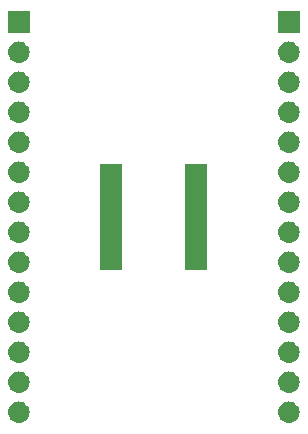
<source format=gbr>
%TF.GenerationSoftware,KiCad,Pcbnew,5.1.4-3.fc31*%
%TF.CreationDate,2019-11-27T18:40:14+01:00*%
%TF.ProjectId,SSOP-28_5.3x10.2mm_P0.65,53534f50-2d32-4385-9f35-2e337831302e,1.0*%
%TF.SameCoordinates,PX791ddc0PY6350ce0*%
%TF.FileFunction,Soldermask,Top*%
%TF.FilePolarity,Negative*%
%FSLAX46Y46*%
G04 Gerber Fmt 4.6, Leading zero omitted, Abs format (unit mm)*
G04 Created by KiCad (PCBNEW 5.1.4-3.fc31) date 2019-11-27 18:40:14*
%MOMM*%
%LPD*%
G04 APERTURE LIST*
%ADD10C,0.150000*%
G04 APERTURE END LIST*
D10*
G36*
X25510443Y3434481D02*
G01*
X25576627Y3427963D01*
X25746466Y3376443D01*
X25902991Y3292778D01*
X25938729Y3263448D01*
X26040186Y3180186D01*
X26123448Y3078729D01*
X26152778Y3042991D01*
X26236443Y2886466D01*
X26287963Y2716627D01*
X26305359Y2540000D01*
X26287963Y2363373D01*
X26236443Y2193534D01*
X26152778Y2037009D01*
X26123448Y2001271D01*
X26040186Y1899814D01*
X25938729Y1816552D01*
X25902991Y1787222D01*
X25746466Y1703557D01*
X25576627Y1652037D01*
X25510442Y1645518D01*
X25444260Y1639000D01*
X25355740Y1639000D01*
X25289558Y1645518D01*
X25223373Y1652037D01*
X25053534Y1703557D01*
X24897009Y1787222D01*
X24861271Y1816552D01*
X24759814Y1899814D01*
X24676552Y2001271D01*
X24647222Y2037009D01*
X24563557Y2193534D01*
X24512037Y2363373D01*
X24494641Y2540000D01*
X24512037Y2716627D01*
X24563557Y2886466D01*
X24647222Y3042991D01*
X24676552Y3078729D01*
X24759814Y3180186D01*
X24861271Y3263448D01*
X24897009Y3292778D01*
X25053534Y3376443D01*
X25223373Y3427963D01*
X25289557Y3434481D01*
X25355740Y3441000D01*
X25444260Y3441000D01*
X25510443Y3434481D01*
X25510443Y3434481D01*
G37*
G36*
X2650443Y3434481D02*
G01*
X2716627Y3427963D01*
X2886466Y3376443D01*
X3042991Y3292778D01*
X3078729Y3263448D01*
X3180186Y3180186D01*
X3263448Y3078729D01*
X3292778Y3042991D01*
X3376443Y2886466D01*
X3427963Y2716627D01*
X3445359Y2540000D01*
X3427963Y2363373D01*
X3376443Y2193534D01*
X3292778Y2037009D01*
X3263448Y2001271D01*
X3180186Y1899814D01*
X3078729Y1816552D01*
X3042991Y1787222D01*
X2886466Y1703557D01*
X2716627Y1652037D01*
X2650442Y1645518D01*
X2584260Y1639000D01*
X2495740Y1639000D01*
X2429558Y1645518D01*
X2363373Y1652037D01*
X2193534Y1703557D01*
X2037009Y1787222D01*
X2001271Y1816552D01*
X1899814Y1899814D01*
X1816552Y2001271D01*
X1787222Y2037009D01*
X1703557Y2193534D01*
X1652037Y2363373D01*
X1634641Y2540000D01*
X1652037Y2716627D01*
X1703557Y2886466D01*
X1787222Y3042991D01*
X1816552Y3078729D01*
X1899814Y3180186D01*
X2001271Y3263448D01*
X2037009Y3292778D01*
X2193534Y3376443D01*
X2363373Y3427963D01*
X2429557Y3434481D01*
X2495740Y3441000D01*
X2584260Y3441000D01*
X2650443Y3434481D01*
X2650443Y3434481D01*
G37*
G36*
X2650443Y5974481D02*
G01*
X2716627Y5967963D01*
X2886466Y5916443D01*
X3042991Y5832778D01*
X3078729Y5803448D01*
X3180186Y5720186D01*
X3263448Y5618729D01*
X3292778Y5582991D01*
X3376443Y5426466D01*
X3427963Y5256627D01*
X3445359Y5080000D01*
X3427963Y4903373D01*
X3376443Y4733534D01*
X3292778Y4577009D01*
X3263448Y4541271D01*
X3180186Y4439814D01*
X3078729Y4356552D01*
X3042991Y4327222D01*
X2886466Y4243557D01*
X2716627Y4192037D01*
X2650443Y4185519D01*
X2584260Y4179000D01*
X2495740Y4179000D01*
X2429557Y4185519D01*
X2363373Y4192037D01*
X2193534Y4243557D01*
X2037009Y4327222D01*
X2001271Y4356552D01*
X1899814Y4439814D01*
X1816552Y4541271D01*
X1787222Y4577009D01*
X1703557Y4733534D01*
X1652037Y4903373D01*
X1634641Y5080000D01*
X1652037Y5256627D01*
X1703557Y5426466D01*
X1787222Y5582991D01*
X1816552Y5618729D01*
X1899814Y5720186D01*
X2001271Y5803448D01*
X2037009Y5832778D01*
X2193534Y5916443D01*
X2363373Y5967963D01*
X2429557Y5974481D01*
X2495740Y5981000D01*
X2584260Y5981000D01*
X2650443Y5974481D01*
X2650443Y5974481D01*
G37*
G36*
X25510443Y5974481D02*
G01*
X25576627Y5967963D01*
X25746466Y5916443D01*
X25902991Y5832778D01*
X25938729Y5803448D01*
X26040186Y5720186D01*
X26123448Y5618729D01*
X26152778Y5582991D01*
X26236443Y5426466D01*
X26287963Y5256627D01*
X26305359Y5080000D01*
X26287963Y4903373D01*
X26236443Y4733534D01*
X26152778Y4577009D01*
X26123448Y4541271D01*
X26040186Y4439814D01*
X25938729Y4356552D01*
X25902991Y4327222D01*
X25746466Y4243557D01*
X25576627Y4192037D01*
X25510443Y4185519D01*
X25444260Y4179000D01*
X25355740Y4179000D01*
X25289557Y4185519D01*
X25223373Y4192037D01*
X25053534Y4243557D01*
X24897009Y4327222D01*
X24861271Y4356552D01*
X24759814Y4439814D01*
X24676552Y4541271D01*
X24647222Y4577009D01*
X24563557Y4733534D01*
X24512037Y4903373D01*
X24494641Y5080000D01*
X24512037Y5256627D01*
X24563557Y5426466D01*
X24647222Y5582991D01*
X24676552Y5618729D01*
X24759814Y5720186D01*
X24861271Y5803448D01*
X24897009Y5832778D01*
X25053534Y5916443D01*
X25223373Y5967963D01*
X25289557Y5974481D01*
X25355740Y5981000D01*
X25444260Y5981000D01*
X25510443Y5974481D01*
X25510443Y5974481D01*
G37*
G36*
X25510442Y8514482D02*
G01*
X25576627Y8507963D01*
X25746466Y8456443D01*
X25902991Y8372778D01*
X25938729Y8343448D01*
X26040186Y8260186D01*
X26123448Y8158729D01*
X26152778Y8122991D01*
X26236443Y7966466D01*
X26287963Y7796627D01*
X26305359Y7620000D01*
X26287963Y7443373D01*
X26236443Y7273534D01*
X26152778Y7117009D01*
X26123448Y7081271D01*
X26040186Y6979814D01*
X25938729Y6896552D01*
X25902991Y6867222D01*
X25746466Y6783557D01*
X25576627Y6732037D01*
X25510442Y6725518D01*
X25444260Y6719000D01*
X25355740Y6719000D01*
X25289558Y6725518D01*
X25223373Y6732037D01*
X25053534Y6783557D01*
X24897009Y6867222D01*
X24861271Y6896552D01*
X24759814Y6979814D01*
X24676552Y7081271D01*
X24647222Y7117009D01*
X24563557Y7273534D01*
X24512037Y7443373D01*
X24494641Y7620000D01*
X24512037Y7796627D01*
X24563557Y7966466D01*
X24647222Y8122991D01*
X24676552Y8158729D01*
X24759814Y8260186D01*
X24861271Y8343448D01*
X24897009Y8372778D01*
X25053534Y8456443D01*
X25223373Y8507963D01*
X25289558Y8514482D01*
X25355740Y8521000D01*
X25444260Y8521000D01*
X25510442Y8514482D01*
X25510442Y8514482D01*
G37*
G36*
X2650442Y8514482D02*
G01*
X2716627Y8507963D01*
X2886466Y8456443D01*
X3042991Y8372778D01*
X3078729Y8343448D01*
X3180186Y8260186D01*
X3263448Y8158729D01*
X3292778Y8122991D01*
X3376443Y7966466D01*
X3427963Y7796627D01*
X3445359Y7620000D01*
X3427963Y7443373D01*
X3376443Y7273534D01*
X3292778Y7117009D01*
X3263448Y7081271D01*
X3180186Y6979814D01*
X3078729Y6896552D01*
X3042991Y6867222D01*
X2886466Y6783557D01*
X2716627Y6732037D01*
X2650442Y6725518D01*
X2584260Y6719000D01*
X2495740Y6719000D01*
X2429558Y6725518D01*
X2363373Y6732037D01*
X2193534Y6783557D01*
X2037009Y6867222D01*
X2001271Y6896552D01*
X1899814Y6979814D01*
X1816552Y7081271D01*
X1787222Y7117009D01*
X1703557Y7273534D01*
X1652037Y7443373D01*
X1634641Y7620000D01*
X1652037Y7796627D01*
X1703557Y7966466D01*
X1787222Y8122991D01*
X1816552Y8158729D01*
X1899814Y8260186D01*
X2001271Y8343448D01*
X2037009Y8372778D01*
X2193534Y8456443D01*
X2363373Y8507963D01*
X2429558Y8514482D01*
X2495740Y8521000D01*
X2584260Y8521000D01*
X2650442Y8514482D01*
X2650442Y8514482D01*
G37*
G36*
X25510443Y11054481D02*
G01*
X25576627Y11047963D01*
X25746466Y10996443D01*
X25902991Y10912778D01*
X25938729Y10883448D01*
X26040186Y10800186D01*
X26123448Y10698729D01*
X26152778Y10662991D01*
X26236443Y10506466D01*
X26287963Y10336627D01*
X26305359Y10160000D01*
X26287963Y9983373D01*
X26236443Y9813534D01*
X26152778Y9657009D01*
X26123448Y9621271D01*
X26040186Y9519814D01*
X25938729Y9436552D01*
X25902991Y9407222D01*
X25746466Y9323557D01*
X25576627Y9272037D01*
X25510443Y9265519D01*
X25444260Y9259000D01*
X25355740Y9259000D01*
X25289557Y9265519D01*
X25223373Y9272037D01*
X25053534Y9323557D01*
X24897009Y9407222D01*
X24861271Y9436552D01*
X24759814Y9519814D01*
X24676552Y9621271D01*
X24647222Y9657009D01*
X24563557Y9813534D01*
X24512037Y9983373D01*
X24494641Y10160000D01*
X24512037Y10336627D01*
X24563557Y10506466D01*
X24647222Y10662991D01*
X24676552Y10698729D01*
X24759814Y10800186D01*
X24861271Y10883448D01*
X24897009Y10912778D01*
X25053534Y10996443D01*
X25223373Y11047963D01*
X25289557Y11054481D01*
X25355740Y11061000D01*
X25444260Y11061000D01*
X25510443Y11054481D01*
X25510443Y11054481D01*
G37*
G36*
X2650443Y11054481D02*
G01*
X2716627Y11047963D01*
X2886466Y10996443D01*
X3042991Y10912778D01*
X3078729Y10883448D01*
X3180186Y10800186D01*
X3263448Y10698729D01*
X3292778Y10662991D01*
X3376443Y10506466D01*
X3427963Y10336627D01*
X3445359Y10160000D01*
X3427963Y9983373D01*
X3376443Y9813534D01*
X3292778Y9657009D01*
X3263448Y9621271D01*
X3180186Y9519814D01*
X3078729Y9436552D01*
X3042991Y9407222D01*
X2886466Y9323557D01*
X2716627Y9272037D01*
X2650443Y9265519D01*
X2584260Y9259000D01*
X2495740Y9259000D01*
X2429557Y9265519D01*
X2363373Y9272037D01*
X2193534Y9323557D01*
X2037009Y9407222D01*
X2001271Y9436552D01*
X1899814Y9519814D01*
X1816552Y9621271D01*
X1787222Y9657009D01*
X1703557Y9813534D01*
X1652037Y9983373D01*
X1634641Y10160000D01*
X1652037Y10336627D01*
X1703557Y10506466D01*
X1787222Y10662991D01*
X1816552Y10698729D01*
X1899814Y10800186D01*
X2001271Y10883448D01*
X2037009Y10912778D01*
X2193534Y10996443D01*
X2363373Y11047963D01*
X2429557Y11054481D01*
X2495740Y11061000D01*
X2584260Y11061000D01*
X2650443Y11054481D01*
X2650443Y11054481D01*
G37*
G36*
X25510443Y13594481D02*
G01*
X25576627Y13587963D01*
X25746466Y13536443D01*
X25902991Y13452778D01*
X25938729Y13423448D01*
X26040186Y13340186D01*
X26123448Y13238729D01*
X26152778Y13202991D01*
X26236443Y13046466D01*
X26287963Y12876627D01*
X26305359Y12700000D01*
X26287963Y12523373D01*
X26236443Y12353534D01*
X26152778Y12197009D01*
X26123448Y12161271D01*
X26040186Y12059814D01*
X25938729Y11976552D01*
X25902991Y11947222D01*
X25746466Y11863557D01*
X25576627Y11812037D01*
X25510443Y11805519D01*
X25444260Y11799000D01*
X25355740Y11799000D01*
X25289557Y11805519D01*
X25223373Y11812037D01*
X25053534Y11863557D01*
X24897009Y11947222D01*
X24861271Y11976552D01*
X24759814Y12059814D01*
X24676552Y12161271D01*
X24647222Y12197009D01*
X24563557Y12353534D01*
X24512037Y12523373D01*
X24494641Y12700000D01*
X24512037Y12876627D01*
X24563557Y13046466D01*
X24647222Y13202991D01*
X24676552Y13238729D01*
X24759814Y13340186D01*
X24861271Y13423448D01*
X24897009Y13452778D01*
X25053534Y13536443D01*
X25223373Y13587963D01*
X25289557Y13594481D01*
X25355740Y13601000D01*
X25444260Y13601000D01*
X25510443Y13594481D01*
X25510443Y13594481D01*
G37*
G36*
X2650443Y13594481D02*
G01*
X2716627Y13587963D01*
X2886466Y13536443D01*
X3042991Y13452778D01*
X3078729Y13423448D01*
X3180186Y13340186D01*
X3263448Y13238729D01*
X3292778Y13202991D01*
X3376443Y13046466D01*
X3427963Y12876627D01*
X3445359Y12700000D01*
X3427963Y12523373D01*
X3376443Y12353534D01*
X3292778Y12197009D01*
X3263448Y12161271D01*
X3180186Y12059814D01*
X3078729Y11976552D01*
X3042991Y11947222D01*
X2886466Y11863557D01*
X2716627Y11812037D01*
X2650443Y11805519D01*
X2584260Y11799000D01*
X2495740Y11799000D01*
X2429557Y11805519D01*
X2363373Y11812037D01*
X2193534Y11863557D01*
X2037009Y11947222D01*
X2001271Y11976552D01*
X1899814Y12059814D01*
X1816552Y12161271D01*
X1787222Y12197009D01*
X1703557Y12353534D01*
X1652037Y12523373D01*
X1634641Y12700000D01*
X1652037Y12876627D01*
X1703557Y13046466D01*
X1787222Y13202991D01*
X1816552Y13238729D01*
X1899814Y13340186D01*
X2001271Y13423448D01*
X2037009Y13452778D01*
X2193534Y13536443D01*
X2363373Y13587963D01*
X2429557Y13594481D01*
X2495740Y13601000D01*
X2584260Y13601000D01*
X2650443Y13594481D01*
X2650443Y13594481D01*
G37*
G36*
X2650443Y16134481D02*
G01*
X2716627Y16127963D01*
X2886466Y16076443D01*
X3042991Y15992778D01*
X3078729Y15963448D01*
X3180186Y15880186D01*
X3263448Y15778729D01*
X3292778Y15742991D01*
X3376443Y15586466D01*
X3427963Y15416627D01*
X3445359Y15240000D01*
X3427963Y15063373D01*
X3376443Y14893534D01*
X3292778Y14737009D01*
X3263448Y14701271D01*
X3180186Y14599814D01*
X3078729Y14516552D01*
X3042991Y14487222D01*
X2886466Y14403557D01*
X2716627Y14352037D01*
X2650443Y14345519D01*
X2584260Y14339000D01*
X2495740Y14339000D01*
X2429557Y14345519D01*
X2363373Y14352037D01*
X2193534Y14403557D01*
X2037009Y14487222D01*
X2001271Y14516552D01*
X1899814Y14599814D01*
X1816552Y14701271D01*
X1787222Y14737009D01*
X1703557Y14893534D01*
X1652037Y15063373D01*
X1634641Y15240000D01*
X1652037Y15416627D01*
X1703557Y15586466D01*
X1787222Y15742991D01*
X1816552Y15778729D01*
X1899814Y15880186D01*
X2001271Y15963448D01*
X2037009Y15992778D01*
X2193534Y16076443D01*
X2363373Y16127963D01*
X2429557Y16134481D01*
X2495740Y16141000D01*
X2584260Y16141000D01*
X2650443Y16134481D01*
X2650443Y16134481D01*
G37*
G36*
X25510443Y16134481D02*
G01*
X25576627Y16127963D01*
X25746466Y16076443D01*
X25902991Y15992778D01*
X25938729Y15963448D01*
X26040186Y15880186D01*
X26123448Y15778729D01*
X26152778Y15742991D01*
X26236443Y15586466D01*
X26287963Y15416627D01*
X26305359Y15240000D01*
X26287963Y15063373D01*
X26236443Y14893534D01*
X26152778Y14737009D01*
X26123448Y14701271D01*
X26040186Y14599814D01*
X25938729Y14516552D01*
X25902991Y14487222D01*
X25746466Y14403557D01*
X25576627Y14352037D01*
X25510443Y14345519D01*
X25444260Y14339000D01*
X25355740Y14339000D01*
X25289557Y14345519D01*
X25223373Y14352037D01*
X25053534Y14403557D01*
X24897009Y14487222D01*
X24861271Y14516552D01*
X24759814Y14599814D01*
X24676552Y14701271D01*
X24647222Y14737009D01*
X24563557Y14893534D01*
X24512037Y15063373D01*
X24494641Y15240000D01*
X24512037Y15416627D01*
X24563557Y15586466D01*
X24647222Y15742991D01*
X24676552Y15778729D01*
X24759814Y15880186D01*
X24861271Y15963448D01*
X24897009Y15992778D01*
X25053534Y16076443D01*
X25223373Y16127963D01*
X25289557Y16134481D01*
X25355740Y16141000D01*
X25444260Y16141000D01*
X25510443Y16134481D01*
X25510443Y16134481D01*
G37*
G36*
X18496000Y14549000D02*
G01*
X16644000Y14549000D01*
X16644000Y23551000D01*
X18496000Y23551000D01*
X18496000Y14549000D01*
X18496000Y14549000D01*
G37*
G36*
X11296000Y14549000D02*
G01*
X9444000Y14549000D01*
X9444000Y23551000D01*
X11296000Y23551000D01*
X11296000Y14549000D01*
X11296000Y14549000D01*
G37*
G36*
X25510442Y18674482D02*
G01*
X25576627Y18667963D01*
X25746466Y18616443D01*
X25902991Y18532778D01*
X25938729Y18503448D01*
X26040186Y18420186D01*
X26123448Y18318729D01*
X26152778Y18282991D01*
X26236443Y18126466D01*
X26287963Y17956627D01*
X26305359Y17780000D01*
X26287963Y17603373D01*
X26236443Y17433534D01*
X26152778Y17277009D01*
X26123448Y17241271D01*
X26040186Y17139814D01*
X25938729Y17056552D01*
X25902991Y17027222D01*
X25746466Y16943557D01*
X25576627Y16892037D01*
X25510442Y16885518D01*
X25444260Y16879000D01*
X25355740Y16879000D01*
X25289558Y16885518D01*
X25223373Y16892037D01*
X25053534Y16943557D01*
X24897009Y17027222D01*
X24861271Y17056552D01*
X24759814Y17139814D01*
X24676552Y17241271D01*
X24647222Y17277009D01*
X24563557Y17433534D01*
X24512037Y17603373D01*
X24494641Y17780000D01*
X24512037Y17956627D01*
X24563557Y18126466D01*
X24647222Y18282991D01*
X24676552Y18318729D01*
X24759814Y18420186D01*
X24861271Y18503448D01*
X24897009Y18532778D01*
X25053534Y18616443D01*
X25223373Y18667963D01*
X25289558Y18674482D01*
X25355740Y18681000D01*
X25444260Y18681000D01*
X25510442Y18674482D01*
X25510442Y18674482D01*
G37*
G36*
X2650442Y18674482D02*
G01*
X2716627Y18667963D01*
X2886466Y18616443D01*
X3042991Y18532778D01*
X3078729Y18503448D01*
X3180186Y18420186D01*
X3263448Y18318729D01*
X3292778Y18282991D01*
X3376443Y18126466D01*
X3427963Y17956627D01*
X3445359Y17780000D01*
X3427963Y17603373D01*
X3376443Y17433534D01*
X3292778Y17277009D01*
X3263448Y17241271D01*
X3180186Y17139814D01*
X3078729Y17056552D01*
X3042991Y17027222D01*
X2886466Y16943557D01*
X2716627Y16892037D01*
X2650442Y16885518D01*
X2584260Y16879000D01*
X2495740Y16879000D01*
X2429558Y16885518D01*
X2363373Y16892037D01*
X2193534Y16943557D01*
X2037009Y17027222D01*
X2001271Y17056552D01*
X1899814Y17139814D01*
X1816552Y17241271D01*
X1787222Y17277009D01*
X1703557Y17433534D01*
X1652037Y17603373D01*
X1634641Y17780000D01*
X1652037Y17956627D01*
X1703557Y18126466D01*
X1787222Y18282991D01*
X1816552Y18318729D01*
X1899814Y18420186D01*
X2001271Y18503448D01*
X2037009Y18532778D01*
X2193534Y18616443D01*
X2363373Y18667963D01*
X2429558Y18674482D01*
X2495740Y18681000D01*
X2584260Y18681000D01*
X2650442Y18674482D01*
X2650442Y18674482D01*
G37*
G36*
X2650443Y21214481D02*
G01*
X2716627Y21207963D01*
X2886466Y21156443D01*
X3042991Y21072778D01*
X3071964Y21049000D01*
X3180186Y20960186D01*
X3263448Y20858729D01*
X3292778Y20822991D01*
X3376443Y20666466D01*
X3427963Y20496627D01*
X3445359Y20320000D01*
X3427963Y20143373D01*
X3376443Y19973534D01*
X3292778Y19817009D01*
X3263448Y19781271D01*
X3180186Y19679814D01*
X3078729Y19596552D01*
X3042991Y19567222D01*
X2886466Y19483557D01*
X2716627Y19432037D01*
X2650443Y19425519D01*
X2584260Y19419000D01*
X2495740Y19419000D01*
X2429557Y19425519D01*
X2363373Y19432037D01*
X2193534Y19483557D01*
X2037009Y19567222D01*
X2001271Y19596552D01*
X1899814Y19679814D01*
X1816552Y19781271D01*
X1787222Y19817009D01*
X1703557Y19973534D01*
X1652037Y20143373D01*
X1634641Y20320000D01*
X1652037Y20496627D01*
X1703557Y20666466D01*
X1787222Y20822991D01*
X1816552Y20858729D01*
X1899814Y20960186D01*
X2008036Y21049000D01*
X2037009Y21072778D01*
X2193534Y21156443D01*
X2363373Y21207963D01*
X2429557Y21214481D01*
X2495740Y21221000D01*
X2584260Y21221000D01*
X2650443Y21214481D01*
X2650443Y21214481D01*
G37*
G36*
X25510443Y21214481D02*
G01*
X25576627Y21207963D01*
X25746466Y21156443D01*
X25902991Y21072778D01*
X25931964Y21049000D01*
X26040186Y20960186D01*
X26123448Y20858729D01*
X26152778Y20822991D01*
X26236443Y20666466D01*
X26287963Y20496627D01*
X26305359Y20320000D01*
X26287963Y20143373D01*
X26236443Y19973534D01*
X26152778Y19817009D01*
X26123448Y19781271D01*
X26040186Y19679814D01*
X25938729Y19596552D01*
X25902991Y19567222D01*
X25746466Y19483557D01*
X25576627Y19432037D01*
X25510443Y19425519D01*
X25444260Y19419000D01*
X25355740Y19419000D01*
X25289557Y19425519D01*
X25223373Y19432037D01*
X25053534Y19483557D01*
X24897009Y19567222D01*
X24861271Y19596552D01*
X24759814Y19679814D01*
X24676552Y19781271D01*
X24647222Y19817009D01*
X24563557Y19973534D01*
X24512037Y20143373D01*
X24494641Y20320000D01*
X24512037Y20496627D01*
X24563557Y20666466D01*
X24647222Y20822991D01*
X24676552Y20858729D01*
X24759814Y20960186D01*
X24868036Y21049000D01*
X24897009Y21072778D01*
X25053534Y21156443D01*
X25223373Y21207963D01*
X25289557Y21214481D01*
X25355740Y21221000D01*
X25444260Y21221000D01*
X25510443Y21214481D01*
X25510443Y21214481D01*
G37*
G36*
X25510442Y23754482D02*
G01*
X25576627Y23747963D01*
X25746466Y23696443D01*
X25902991Y23612778D01*
X25938729Y23583448D01*
X26040186Y23500186D01*
X26123448Y23398729D01*
X26152778Y23362991D01*
X26236443Y23206466D01*
X26287963Y23036627D01*
X26305359Y22860000D01*
X26287963Y22683373D01*
X26236443Y22513534D01*
X26152778Y22357009D01*
X26146205Y22349000D01*
X26040186Y22219814D01*
X25938729Y22136552D01*
X25902991Y22107222D01*
X25746466Y22023557D01*
X25576627Y21972037D01*
X25510443Y21965519D01*
X25444260Y21959000D01*
X25355740Y21959000D01*
X25289557Y21965519D01*
X25223373Y21972037D01*
X25053534Y22023557D01*
X24897009Y22107222D01*
X24861271Y22136552D01*
X24759814Y22219814D01*
X24653795Y22349000D01*
X24647222Y22357009D01*
X24563557Y22513534D01*
X24512037Y22683373D01*
X24494641Y22860000D01*
X24512037Y23036627D01*
X24563557Y23206466D01*
X24647222Y23362991D01*
X24676552Y23398729D01*
X24759814Y23500186D01*
X24861271Y23583448D01*
X24897009Y23612778D01*
X25053534Y23696443D01*
X25223373Y23747963D01*
X25289558Y23754482D01*
X25355740Y23761000D01*
X25444260Y23761000D01*
X25510442Y23754482D01*
X25510442Y23754482D01*
G37*
G36*
X2650442Y23754482D02*
G01*
X2716627Y23747963D01*
X2886466Y23696443D01*
X3042991Y23612778D01*
X3078729Y23583448D01*
X3180186Y23500186D01*
X3263448Y23398729D01*
X3292778Y23362991D01*
X3376443Y23206466D01*
X3427963Y23036627D01*
X3445359Y22860000D01*
X3427963Y22683373D01*
X3376443Y22513534D01*
X3292778Y22357009D01*
X3286205Y22349000D01*
X3180186Y22219814D01*
X3078729Y22136552D01*
X3042991Y22107222D01*
X2886466Y22023557D01*
X2716627Y21972037D01*
X2650443Y21965519D01*
X2584260Y21959000D01*
X2495740Y21959000D01*
X2429557Y21965519D01*
X2363373Y21972037D01*
X2193534Y22023557D01*
X2037009Y22107222D01*
X2001271Y22136552D01*
X1899814Y22219814D01*
X1793795Y22349000D01*
X1787222Y22357009D01*
X1703557Y22513534D01*
X1652037Y22683373D01*
X1634641Y22860000D01*
X1652037Y23036627D01*
X1703557Y23206466D01*
X1787222Y23362991D01*
X1816552Y23398729D01*
X1899814Y23500186D01*
X2001271Y23583448D01*
X2037009Y23612778D01*
X2193534Y23696443D01*
X2363373Y23747963D01*
X2429558Y23754482D01*
X2495740Y23761000D01*
X2584260Y23761000D01*
X2650442Y23754482D01*
X2650442Y23754482D01*
G37*
G36*
X25510443Y26294481D02*
G01*
X25576627Y26287963D01*
X25746466Y26236443D01*
X25902991Y26152778D01*
X25938729Y26123448D01*
X26040186Y26040186D01*
X26123448Y25938729D01*
X26152778Y25902991D01*
X26236443Y25746466D01*
X26287963Y25576627D01*
X26305359Y25400000D01*
X26287963Y25223373D01*
X26236443Y25053534D01*
X26152778Y24897009D01*
X26123448Y24861271D01*
X26040186Y24759814D01*
X25938729Y24676552D01*
X25902991Y24647222D01*
X25746466Y24563557D01*
X25576627Y24512037D01*
X25510442Y24505518D01*
X25444260Y24499000D01*
X25355740Y24499000D01*
X25289558Y24505518D01*
X25223373Y24512037D01*
X25053534Y24563557D01*
X24897009Y24647222D01*
X24861271Y24676552D01*
X24759814Y24759814D01*
X24676552Y24861271D01*
X24647222Y24897009D01*
X24563557Y25053534D01*
X24512037Y25223373D01*
X24494641Y25400000D01*
X24512037Y25576627D01*
X24563557Y25746466D01*
X24647222Y25902991D01*
X24676552Y25938729D01*
X24759814Y26040186D01*
X24861271Y26123448D01*
X24897009Y26152778D01*
X25053534Y26236443D01*
X25223373Y26287963D01*
X25289557Y26294481D01*
X25355740Y26301000D01*
X25444260Y26301000D01*
X25510443Y26294481D01*
X25510443Y26294481D01*
G37*
G36*
X2650443Y26294481D02*
G01*
X2716627Y26287963D01*
X2886466Y26236443D01*
X3042991Y26152778D01*
X3078729Y26123448D01*
X3180186Y26040186D01*
X3263448Y25938729D01*
X3292778Y25902991D01*
X3376443Y25746466D01*
X3427963Y25576627D01*
X3445359Y25400000D01*
X3427963Y25223373D01*
X3376443Y25053534D01*
X3292778Y24897009D01*
X3263448Y24861271D01*
X3180186Y24759814D01*
X3078729Y24676552D01*
X3042991Y24647222D01*
X2886466Y24563557D01*
X2716627Y24512037D01*
X2650442Y24505518D01*
X2584260Y24499000D01*
X2495740Y24499000D01*
X2429558Y24505518D01*
X2363373Y24512037D01*
X2193534Y24563557D01*
X2037009Y24647222D01*
X2001271Y24676552D01*
X1899814Y24759814D01*
X1816552Y24861271D01*
X1787222Y24897009D01*
X1703557Y25053534D01*
X1652037Y25223373D01*
X1634641Y25400000D01*
X1652037Y25576627D01*
X1703557Y25746466D01*
X1787222Y25902991D01*
X1816552Y25938729D01*
X1899814Y26040186D01*
X2001271Y26123448D01*
X2037009Y26152778D01*
X2193534Y26236443D01*
X2363373Y26287963D01*
X2429557Y26294481D01*
X2495740Y26301000D01*
X2584260Y26301000D01*
X2650443Y26294481D01*
X2650443Y26294481D01*
G37*
G36*
X25510442Y28834482D02*
G01*
X25576627Y28827963D01*
X25746466Y28776443D01*
X25902991Y28692778D01*
X25938729Y28663448D01*
X26040186Y28580186D01*
X26123448Y28478729D01*
X26152778Y28442991D01*
X26236443Y28286466D01*
X26287963Y28116627D01*
X26305359Y27940000D01*
X26287963Y27763373D01*
X26236443Y27593534D01*
X26152778Y27437009D01*
X26123448Y27401271D01*
X26040186Y27299814D01*
X25938729Y27216552D01*
X25902991Y27187222D01*
X25746466Y27103557D01*
X25576627Y27052037D01*
X25510442Y27045518D01*
X25444260Y27039000D01*
X25355740Y27039000D01*
X25289558Y27045518D01*
X25223373Y27052037D01*
X25053534Y27103557D01*
X24897009Y27187222D01*
X24861271Y27216552D01*
X24759814Y27299814D01*
X24676552Y27401271D01*
X24647222Y27437009D01*
X24563557Y27593534D01*
X24512037Y27763373D01*
X24494641Y27940000D01*
X24512037Y28116627D01*
X24563557Y28286466D01*
X24647222Y28442991D01*
X24676552Y28478729D01*
X24759814Y28580186D01*
X24861271Y28663448D01*
X24897009Y28692778D01*
X25053534Y28776443D01*
X25223373Y28827963D01*
X25289558Y28834482D01*
X25355740Y28841000D01*
X25444260Y28841000D01*
X25510442Y28834482D01*
X25510442Y28834482D01*
G37*
G36*
X2650442Y28834482D02*
G01*
X2716627Y28827963D01*
X2886466Y28776443D01*
X3042991Y28692778D01*
X3078729Y28663448D01*
X3180186Y28580186D01*
X3263448Y28478729D01*
X3292778Y28442991D01*
X3376443Y28286466D01*
X3427963Y28116627D01*
X3445359Y27940000D01*
X3427963Y27763373D01*
X3376443Y27593534D01*
X3292778Y27437009D01*
X3263448Y27401271D01*
X3180186Y27299814D01*
X3078729Y27216552D01*
X3042991Y27187222D01*
X2886466Y27103557D01*
X2716627Y27052037D01*
X2650442Y27045518D01*
X2584260Y27039000D01*
X2495740Y27039000D01*
X2429558Y27045518D01*
X2363373Y27052037D01*
X2193534Y27103557D01*
X2037009Y27187222D01*
X2001271Y27216552D01*
X1899814Y27299814D01*
X1816552Y27401271D01*
X1787222Y27437009D01*
X1703557Y27593534D01*
X1652037Y27763373D01*
X1634641Y27940000D01*
X1652037Y28116627D01*
X1703557Y28286466D01*
X1787222Y28442991D01*
X1816552Y28478729D01*
X1899814Y28580186D01*
X2001271Y28663448D01*
X2037009Y28692778D01*
X2193534Y28776443D01*
X2363373Y28827963D01*
X2429558Y28834482D01*
X2495740Y28841000D01*
X2584260Y28841000D01*
X2650442Y28834482D01*
X2650442Y28834482D01*
G37*
G36*
X25510442Y31374482D02*
G01*
X25576627Y31367963D01*
X25746466Y31316443D01*
X25902991Y31232778D01*
X25938729Y31203448D01*
X26040186Y31120186D01*
X26123448Y31018729D01*
X26152778Y30982991D01*
X26236443Y30826466D01*
X26287963Y30656627D01*
X26305359Y30480000D01*
X26287963Y30303373D01*
X26236443Y30133534D01*
X26152778Y29977009D01*
X26123448Y29941271D01*
X26040186Y29839814D01*
X25938729Y29756552D01*
X25902991Y29727222D01*
X25746466Y29643557D01*
X25576627Y29592037D01*
X25510442Y29585518D01*
X25444260Y29579000D01*
X25355740Y29579000D01*
X25289558Y29585518D01*
X25223373Y29592037D01*
X25053534Y29643557D01*
X24897009Y29727222D01*
X24861271Y29756552D01*
X24759814Y29839814D01*
X24676552Y29941271D01*
X24647222Y29977009D01*
X24563557Y30133534D01*
X24512037Y30303373D01*
X24494641Y30480000D01*
X24512037Y30656627D01*
X24563557Y30826466D01*
X24647222Y30982991D01*
X24676552Y31018729D01*
X24759814Y31120186D01*
X24861271Y31203448D01*
X24897009Y31232778D01*
X25053534Y31316443D01*
X25223373Y31367963D01*
X25289558Y31374482D01*
X25355740Y31381000D01*
X25444260Y31381000D01*
X25510442Y31374482D01*
X25510442Y31374482D01*
G37*
G36*
X2650442Y31374482D02*
G01*
X2716627Y31367963D01*
X2886466Y31316443D01*
X3042991Y31232778D01*
X3078729Y31203448D01*
X3180186Y31120186D01*
X3263448Y31018729D01*
X3292778Y30982991D01*
X3376443Y30826466D01*
X3427963Y30656627D01*
X3445359Y30480000D01*
X3427963Y30303373D01*
X3376443Y30133534D01*
X3292778Y29977009D01*
X3263448Y29941271D01*
X3180186Y29839814D01*
X3078729Y29756552D01*
X3042991Y29727222D01*
X2886466Y29643557D01*
X2716627Y29592037D01*
X2650442Y29585518D01*
X2584260Y29579000D01*
X2495740Y29579000D01*
X2429558Y29585518D01*
X2363373Y29592037D01*
X2193534Y29643557D01*
X2037009Y29727222D01*
X2001271Y29756552D01*
X1899814Y29839814D01*
X1816552Y29941271D01*
X1787222Y29977009D01*
X1703557Y30133534D01*
X1652037Y30303373D01*
X1634641Y30480000D01*
X1652037Y30656627D01*
X1703557Y30826466D01*
X1787222Y30982991D01*
X1816552Y31018729D01*
X1899814Y31120186D01*
X2001271Y31203448D01*
X2037009Y31232778D01*
X2193534Y31316443D01*
X2363373Y31367963D01*
X2429558Y31374482D01*
X2495740Y31381000D01*
X2584260Y31381000D01*
X2650442Y31374482D01*
X2650442Y31374482D01*
G37*
G36*
X25510442Y33914482D02*
G01*
X25576627Y33907963D01*
X25746466Y33856443D01*
X25902991Y33772778D01*
X25938729Y33743448D01*
X26040186Y33660186D01*
X26123448Y33558729D01*
X26152778Y33522991D01*
X26236443Y33366466D01*
X26287963Y33196627D01*
X26305359Y33020000D01*
X26287963Y32843373D01*
X26236443Y32673534D01*
X26152778Y32517009D01*
X26123448Y32481271D01*
X26040186Y32379814D01*
X25938729Y32296552D01*
X25902991Y32267222D01*
X25746466Y32183557D01*
X25576627Y32132037D01*
X25510443Y32125519D01*
X25444260Y32119000D01*
X25355740Y32119000D01*
X25289557Y32125519D01*
X25223373Y32132037D01*
X25053534Y32183557D01*
X24897009Y32267222D01*
X24861271Y32296552D01*
X24759814Y32379814D01*
X24676552Y32481271D01*
X24647222Y32517009D01*
X24563557Y32673534D01*
X24512037Y32843373D01*
X24494641Y33020000D01*
X24512037Y33196627D01*
X24563557Y33366466D01*
X24647222Y33522991D01*
X24676552Y33558729D01*
X24759814Y33660186D01*
X24861271Y33743448D01*
X24897009Y33772778D01*
X25053534Y33856443D01*
X25223373Y33907963D01*
X25289558Y33914482D01*
X25355740Y33921000D01*
X25444260Y33921000D01*
X25510442Y33914482D01*
X25510442Y33914482D01*
G37*
G36*
X2650442Y33914482D02*
G01*
X2716627Y33907963D01*
X2886466Y33856443D01*
X3042991Y33772778D01*
X3078729Y33743448D01*
X3180186Y33660186D01*
X3263448Y33558729D01*
X3292778Y33522991D01*
X3376443Y33366466D01*
X3427963Y33196627D01*
X3445359Y33020000D01*
X3427963Y32843373D01*
X3376443Y32673534D01*
X3292778Y32517009D01*
X3263448Y32481271D01*
X3180186Y32379814D01*
X3078729Y32296552D01*
X3042991Y32267222D01*
X2886466Y32183557D01*
X2716627Y32132037D01*
X2650443Y32125519D01*
X2584260Y32119000D01*
X2495740Y32119000D01*
X2429557Y32125519D01*
X2363373Y32132037D01*
X2193534Y32183557D01*
X2037009Y32267222D01*
X2001271Y32296552D01*
X1899814Y32379814D01*
X1816552Y32481271D01*
X1787222Y32517009D01*
X1703557Y32673534D01*
X1652037Y32843373D01*
X1634641Y33020000D01*
X1652037Y33196627D01*
X1703557Y33366466D01*
X1787222Y33522991D01*
X1816552Y33558729D01*
X1899814Y33660186D01*
X2001271Y33743448D01*
X2037009Y33772778D01*
X2193534Y33856443D01*
X2363373Y33907963D01*
X2429558Y33914482D01*
X2495740Y33921000D01*
X2584260Y33921000D01*
X2650442Y33914482D01*
X2650442Y33914482D01*
G37*
G36*
X26301000Y34659000D02*
G01*
X24499000Y34659000D01*
X24499000Y36461000D01*
X26301000Y36461000D01*
X26301000Y34659000D01*
X26301000Y34659000D01*
G37*
G36*
X3441000Y34659000D02*
G01*
X1639000Y34659000D01*
X1639000Y36461000D01*
X3441000Y36461000D01*
X3441000Y34659000D01*
X3441000Y34659000D01*
G37*
M02*

</source>
